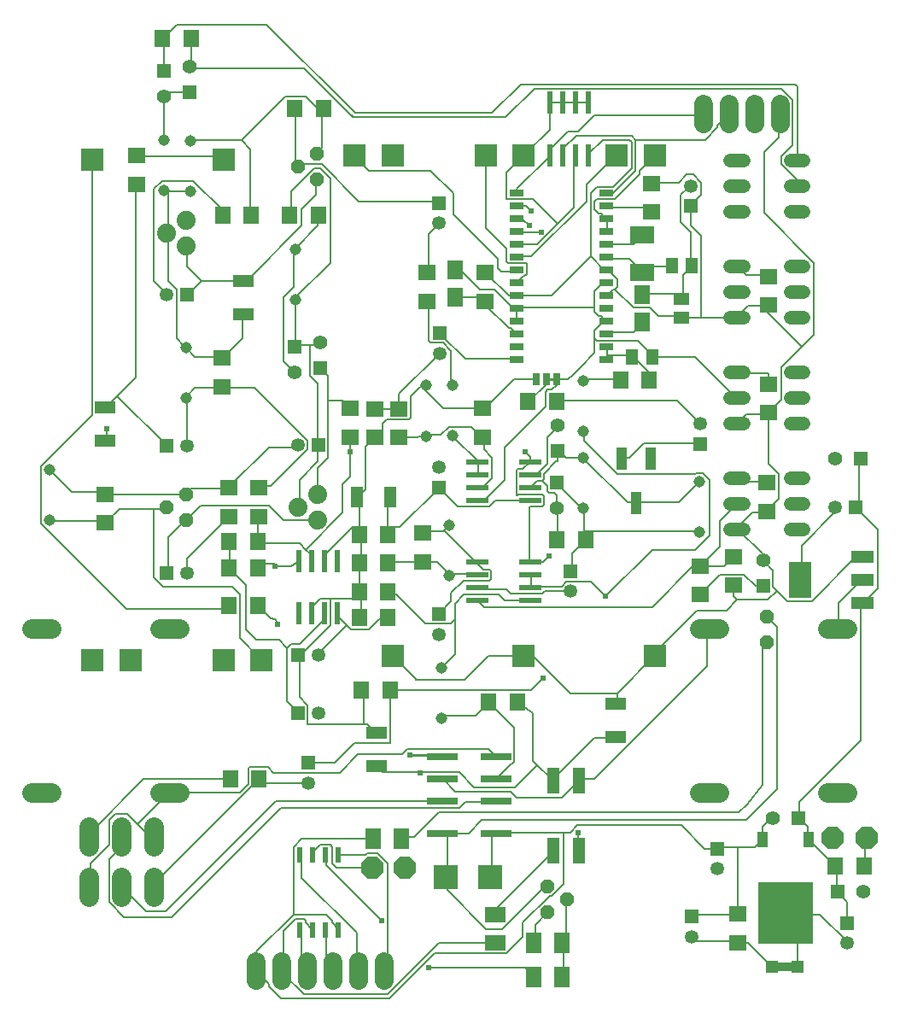
<source format=gbr>
G04 EAGLE Gerber X2 export*
%TF.Part,Single*%
%TF.FileFunction,Copper,L1,Top,Mixed*%
%TF.FilePolarity,Positive*%
%TF.GenerationSoftware,Autodesk,EAGLE,9.2.0*%
%TF.CreationDate,2018-10-30T13:39:26Z*%
G75*
%MOMM*%
%FSLAX34Y34*%
%LPD*%
%INTop Copper*%
%IPPOS*%
%AMOC8*
5,1,8,0,0,1.08239X$1,22.5*%
G01*
%ADD10C,1.143000*%
%ADD11R,1.350000X1.350000*%
%ADD12C,1.350000*%
%ADD13R,1.500000X1.300000*%
%ADD14R,1.300000X1.500000*%
%ADD15R,1.500000X1.950000*%
%ADD16R,1.300000X1.600000*%
%ADD17C,1.408000*%
%ADD18R,1.408000X1.408000*%
%ADD19R,0.600000X2.200000*%
%ADD20R,2.235200X1.219200*%
%ADD21R,2.200000X3.600000*%
%ADD22R,2.250000X2.250000*%
%ADD23R,2.400000X1.700000*%
%ADD24C,1.879600*%
%ADD25P,1.429621X8X112.500000*%
%ADD26R,1.600000X1.803000*%
%ADD27R,1.803000X1.600000*%
%ADD28C,1.320800*%
%ADD29R,1.422400X0.711200*%
%ADD30R,1.066800X2.184400*%
%ADD31R,0.533400X1.549400*%
%ADD32R,1.000000X1.600000*%
%ADD33R,5.400000X6.200000*%
%ADD34R,1.800000X1.600000*%
%ADD35R,1.600000X2.000000*%
%ADD36R,3.100000X0.800000*%
%ADD37R,1.270000X2.540000*%
%ADD38R,2.000000X1.600000*%
%ADD39P,2.336880X8X22.500000*%
%ADD40C,1.950000*%
%ADD41C,1.879600*%
%ADD42R,2.209800X0.609600*%
%ADD43R,2.400000X2.400000*%
%ADD44R,1.270000X1.270000*%
%ADD45C,0.812800*%
%ADD46P,1.429621X8X292.500000*%
%ADD47C,0.254000*%
%ADD48R,0.635000X1.270000*%
%ADD49R,1.600000X1.800000*%
%ADD50R,2.032000X1.270000*%
%ADD51R,1.270000X2.032000*%
%ADD52C,0.203200*%
%ADD53C,0.604800*%


D10*
X427300Y291875D03*
X427300Y341875D03*
D11*
X837850Y501050D03*
D12*
X817850Y501050D03*
D13*
X665400Y689000D03*
X665400Y708000D03*
D14*
X656200Y741084D03*
X675200Y741084D03*
D10*
X173700Y659750D03*
X173700Y609750D03*
X152200Y815100D03*
X152200Y865100D03*
D11*
X154850Y562250D03*
D12*
X174850Y562250D03*
D11*
X154804Y436179D03*
D12*
X174804Y436179D03*
D11*
X674200Y799900D03*
D12*
X674200Y819900D03*
D11*
X425050Y521000D03*
D12*
X425050Y541000D03*
D11*
X304950Y562850D03*
D12*
X284950Y562850D03*
D11*
X175000Y712400D03*
D12*
X155000Y712400D03*
D10*
X567600Y626600D03*
X567600Y576600D03*
X282100Y707350D03*
X282100Y757350D03*
D15*
X626083Y684750D03*
X626083Y712250D03*
D10*
X438300Y572450D03*
X438300Y622450D03*
D11*
X424850Y802850D03*
D12*
X424850Y782850D03*
D15*
X441180Y709400D03*
X441180Y736900D03*
D16*
X636083Y650600D03*
X616083Y650600D03*
D10*
X178300Y864600D03*
X178300Y814600D03*
D17*
X845300Y119850D03*
D18*
X819900Y119850D03*
D17*
X746300Y448500D03*
D18*
X746300Y423100D03*
D19*
X572850Y902300D03*
X560150Y902300D03*
X547450Y902300D03*
X534750Y902300D03*
X534750Y850300D03*
X547450Y850300D03*
X560150Y850300D03*
X572850Y850300D03*
D20*
X844688Y406336D03*
X844688Y429450D03*
X844688Y452564D03*
D21*
X782710Y429450D03*
D22*
X508750Y850000D03*
X471250Y850000D03*
X508750Y354000D03*
X378750Y850000D03*
X341250Y850000D03*
X378750Y354000D03*
X638750Y850000D03*
X601250Y850000D03*
X638750Y354000D03*
D23*
X626083Y771500D03*
X626083Y734500D03*
D24*
X174100Y760650D03*
X155050Y773350D03*
X174100Y786050D03*
D25*
X304050Y852000D03*
X285000Y839300D03*
X304050Y826600D03*
X174100Y514150D03*
X155050Y501450D03*
X174100Y488750D03*
D24*
X304100Y488300D03*
X285050Y501000D03*
X304100Y513700D03*
D26*
X604930Y627400D03*
X633370Y627400D03*
D27*
X412900Y705446D03*
X412900Y733886D03*
X635551Y822220D03*
X635551Y793780D03*
X209950Y649220D03*
X209950Y620780D03*
D26*
X310320Y896400D03*
X281880Y896400D03*
X178870Y966050D03*
X150430Y966050D03*
D27*
X125200Y821680D03*
X125200Y850120D03*
D26*
X210380Y790550D03*
X238820Y790550D03*
D27*
X245900Y520721D03*
X245900Y492281D03*
X216300Y492281D03*
X216300Y520721D03*
X751304Y594942D03*
X751304Y623382D03*
X94050Y514320D03*
X94050Y485880D03*
D26*
X276680Y790550D03*
X305120Y790550D03*
D27*
X337000Y599220D03*
X337000Y570780D03*
X749793Y496945D03*
X749793Y525385D03*
X751304Y701611D03*
X751304Y730051D03*
D26*
X474145Y307800D03*
X502585Y307800D03*
X374220Y417850D03*
X345780Y417850D03*
D27*
X470550Y705446D03*
X470550Y733886D03*
X385000Y598886D03*
X385000Y570446D03*
D28*
X773396Y635400D02*
X786604Y635400D01*
X786604Y610000D02*
X773396Y610000D01*
X773396Y584600D02*
X786604Y584600D01*
X726604Y584600D02*
X713396Y584600D01*
X713396Y610000D02*
X726604Y610000D01*
X726604Y635400D02*
X713396Y635400D01*
X773396Y530400D02*
X786604Y530400D01*
X786604Y505000D02*
X773396Y505000D01*
X773396Y479600D02*
X786604Y479600D01*
X726604Y479600D02*
X713396Y479600D01*
X713396Y505000D02*
X726604Y505000D01*
X726604Y530400D02*
X713396Y530400D01*
X773396Y740400D02*
X786604Y740400D01*
X786604Y715000D02*
X773396Y715000D01*
X773396Y689600D02*
X786604Y689600D01*
X726604Y689600D02*
X713396Y689600D01*
X713396Y715000D02*
X726604Y715000D01*
X726604Y740400D02*
X713396Y740400D01*
D29*
X590550Y711200D03*
X590550Y698500D03*
X590550Y736600D03*
X501650Y711200D03*
X590550Y685800D03*
X590550Y723900D03*
X590550Y774700D03*
X501650Y762000D03*
X501650Y698500D03*
X590550Y647700D03*
X501650Y647700D03*
X590550Y673100D03*
X501650Y749300D03*
X501650Y736600D03*
X501650Y723900D03*
X501650Y685800D03*
X501650Y673100D03*
X590550Y660400D03*
X501650Y660400D03*
X501650Y800100D03*
X501650Y787400D03*
X501650Y774700D03*
X590550Y812800D03*
X501650Y812800D03*
X590550Y800100D03*
X590550Y787400D03*
X590550Y762000D03*
X590550Y749300D03*
D17*
X177800Y938000D03*
D18*
X177800Y912600D03*
D17*
X152400Y908600D03*
D18*
X152400Y934000D03*
D17*
X281450Y635350D03*
D18*
X281450Y660750D03*
D17*
X307400Y664750D03*
D18*
X307400Y639350D03*
D30*
X634300Y549900D03*
X620300Y505900D03*
X606300Y549900D03*
D27*
X361000Y570446D03*
X361000Y598886D03*
D10*
X412000Y571950D03*
X412000Y621950D03*
D26*
X345780Y474161D03*
X374220Y474161D03*
D10*
X682900Y476600D03*
X682900Y526600D03*
D17*
X542600Y582650D03*
D18*
X542600Y557250D03*
D17*
X541800Y500100D03*
D18*
X541800Y525500D03*
D28*
X713396Y794600D02*
X726604Y794600D01*
X726604Y820000D02*
X713396Y820000D01*
X713396Y845400D02*
X726604Y845400D01*
X773396Y845400D02*
X786604Y845400D01*
X786604Y820000D02*
X773396Y820000D01*
X773396Y794600D02*
X786604Y794600D01*
D22*
X211250Y350000D03*
X248750Y350000D03*
X211250Y846000D03*
D11*
X555100Y438150D03*
D12*
X555100Y418150D03*
D11*
X424675Y395500D03*
D12*
X424675Y375500D03*
D31*
X325200Y156334D03*
X312500Y156334D03*
X299800Y156334D03*
X287100Y156334D03*
X287100Y82166D03*
X299800Y82166D03*
X312500Y82166D03*
X325200Y82166D03*
D25*
X750000Y367300D03*
X750000Y392700D03*
D32*
X791100Y171700D03*
X745500Y171700D03*
D33*
X768300Y98700D03*
D34*
X720800Y97850D03*
X720800Y69850D03*
D35*
X387200Y173150D03*
X359200Y173150D03*
D36*
X481200Y177900D03*
X481200Y209900D03*
X481200Y231900D03*
X481200Y253900D03*
X428200Y177900D03*
X428200Y209900D03*
X428200Y231900D03*
X428200Y253900D03*
D37*
X538100Y160500D03*
X563500Y160500D03*
X563500Y230500D03*
X538100Y230500D03*
D35*
X518850Y69650D03*
X546850Y69650D03*
X546950Y36000D03*
X518950Y36000D03*
D38*
X480200Y97750D03*
X480200Y69750D03*
D39*
X358850Y144200D03*
X391200Y144200D03*
D40*
X40050Y218850D02*
X20550Y218850D01*
X20550Y381150D02*
X40050Y381150D01*
X147550Y218850D02*
X167050Y218850D01*
X167050Y381150D02*
X147550Y381150D01*
X809750Y381150D02*
X829250Y381150D01*
X829250Y218850D02*
X809750Y218850D01*
X702250Y381150D02*
X682750Y381150D01*
X682750Y218850D02*
X702250Y218850D01*
D41*
X687100Y881702D02*
X687100Y900498D01*
X712500Y900498D02*
X712500Y881702D01*
X737900Y881702D02*
X737900Y900498D01*
X763300Y900498D02*
X763300Y881702D01*
X243250Y50848D02*
X243250Y32052D01*
X268650Y32052D02*
X268650Y50848D01*
X294050Y50848D02*
X294050Y32052D01*
X319450Y32052D02*
X319450Y50848D01*
X344850Y50848D02*
X344850Y32052D01*
X370250Y32052D02*
X370250Y50848D01*
D11*
X675750Y95800D03*
D12*
X675750Y75800D03*
D11*
X829450Y89350D03*
D12*
X829450Y69350D03*
D34*
X683400Y414550D03*
X683400Y442550D03*
D17*
X755800Y193200D03*
D18*
X781200Y193200D03*
D17*
X817200Y549400D03*
D18*
X842600Y549400D03*
D22*
X81250Y350000D03*
X118750Y350000D03*
X81250Y846000D03*
D42*
X462788Y446950D03*
X462788Y434250D03*
X462788Y421550D03*
X462788Y408850D03*
X515112Y408850D03*
X515112Y421550D03*
X515112Y434250D03*
X515112Y446950D03*
X462788Y546100D03*
X462788Y533400D03*
X462788Y520700D03*
X462788Y508000D03*
X515112Y508000D03*
X515112Y520700D03*
X515112Y533400D03*
X515112Y546100D03*
D39*
X815150Y174000D03*
X848900Y174000D03*
D43*
X475650Y135000D03*
X431650Y135000D03*
D44*
X780700Y45500D03*
X755300Y45500D03*
D45*
X780700Y45500D01*
D10*
X38650Y538250D03*
X38650Y488250D03*
D46*
X532550Y99900D03*
X551600Y112600D03*
X532550Y125300D03*
D11*
X683550Y564050D03*
D12*
X683550Y584050D03*
D26*
X541170Y605850D03*
X512730Y605850D03*
D27*
X409000Y475585D03*
X409000Y447145D03*
D26*
X374220Y446000D03*
X345780Y446000D03*
D11*
X425350Y673950D03*
D12*
X425350Y653950D03*
D10*
X435100Y483875D03*
X435100Y433875D03*
D26*
X570000Y469000D03*
X541560Y469000D03*
D10*
X567900Y500650D03*
X567900Y550650D03*
D34*
X717000Y424000D03*
X717000Y452000D03*
D11*
X700550Y162750D03*
D12*
X700550Y142750D03*
D26*
X245000Y404000D03*
X216560Y404000D03*
D27*
X468000Y599220D03*
X468000Y570780D03*
D47*
X531000Y628000D02*
X541160Y628000D01*
D48*
X520840Y628000D03*
X531000Y628000D03*
X541160Y628000D03*
D49*
X818000Y146000D03*
X846000Y146000D03*
D40*
X78000Y135000D02*
X78000Y115500D01*
X110000Y115500D02*
X110000Y135000D01*
X142000Y135000D02*
X142000Y115500D01*
X142000Y165000D02*
X142000Y184500D01*
X110000Y184500D02*
X110000Y165000D01*
X78000Y165000D02*
X78000Y184500D01*
D11*
X295000Y248000D03*
D12*
X295000Y228000D03*
D26*
X347780Y320000D03*
X376220Y320000D03*
X217780Y232000D03*
X246220Y232000D03*
X245220Y467000D03*
X216780Y467000D03*
X245220Y441000D03*
X216780Y441000D03*
D11*
X285000Y297000D03*
D12*
X305000Y297000D03*
D11*
X285000Y355000D03*
D12*
X305000Y355000D03*
D49*
X346000Y392000D03*
X374000Y392000D03*
D19*
X298650Y396000D03*
X298650Y448000D03*
X285950Y396000D03*
X311350Y396000D03*
X324050Y396000D03*
X285950Y448000D03*
X311350Y448000D03*
X324050Y448000D03*
D50*
X231000Y692490D03*
X231000Y725510D03*
X94000Y600510D03*
X94000Y567490D03*
D51*
X376510Y511000D03*
X343490Y511000D03*
D50*
X363000Y277510D03*
X363000Y244490D03*
X600000Y306510D03*
X600000Y273490D03*
D52*
X597408Y812800D02*
X591312Y812800D01*
X597408Y812800D02*
X619760Y835152D01*
X619760Y865632D01*
X615696Y869696D01*
X560832Y869696D01*
X548640Y857504D01*
X548640Y851408D01*
X590550Y812800D02*
X591312Y812800D01*
X548640Y851408D02*
X547450Y850300D01*
X701040Y879856D02*
X711200Y890016D01*
X701040Y879856D02*
X701040Y877824D01*
X688848Y865632D01*
X619760Y865632D01*
X711200Y890016D02*
X712500Y891100D01*
X501904Y816864D02*
X501904Y812800D01*
X501904Y816864D02*
X534416Y849376D01*
X501904Y812800D02*
X501650Y812800D01*
X534416Y849376D02*
X534750Y850300D01*
X579120Y890016D02*
X686816Y890016D01*
X579120Y890016D02*
X562864Y873760D01*
X552704Y873760D01*
X536448Y857504D01*
X536448Y851408D01*
X686816Y890016D02*
X687100Y891100D01*
X536448Y851408D02*
X534750Y850300D01*
X591312Y660400D02*
X591312Y652272D01*
X591312Y648208D01*
X590550Y647700D01*
X590550Y660400D02*
X591312Y660400D01*
X591312Y652272D02*
X615696Y652272D01*
X616083Y650600D01*
X631952Y636016D02*
X631952Y627888D01*
X631952Y636016D02*
X617728Y650240D01*
X631952Y627888D02*
X633370Y627400D01*
X617728Y650240D02*
X616083Y650600D01*
X617728Y674624D02*
X591312Y674624D01*
X617728Y674624D02*
X625856Y682752D01*
X591312Y674624D02*
X590550Y673100D01*
X625856Y682752D02*
X626083Y684750D01*
X499872Y674624D02*
X495808Y678688D01*
X493776Y678688D01*
X471424Y701040D01*
X471424Y705104D01*
X499872Y674624D02*
X501650Y673100D01*
X471424Y705104D02*
X470550Y705446D01*
X467360Y709168D02*
X442976Y709168D01*
X467360Y709168D02*
X469392Y707136D01*
X442976Y709168D02*
X441180Y709400D01*
X469392Y707136D02*
X470550Y705446D01*
X636016Y822960D02*
X662432Y822960D01*
X670560Y831088D01*
X676656Y831088D01*
X684784Y822960D01*
X684784Y810768D01*
X674624Y800608D01*
X636016Y822960D02*
X635551Y822220D01*
X674200Y799900D02*
X674624Y800608D01*
X703072Y688848D02*
X719328Y688848D01*
X703072Y688848D02*
X684784Y688848D01*
X666496Y688848D01*
X665400Y689000D01*
X719328Y688848D02*
X720000Y689600D01*
X731520Y701040D02*
X748000Y701040D01*
X749808Y701040D01*
X731520Y701040D02*
X721360Y690880D01*
X749808Y701040D02*
X751304Y701611D01*
X721360Y690880D02*
X720000Y689600D01*
X674624Y780288D02*
X674624Y798576D01*
X674624Y780288D02*
X684784Y770128D01*
X684784Y688848D01*
X674624Y798576D02*
X674200Y799900D01*
X499872Y711200D02*
X493776Y711200D01*
X471424Y733552D01*
X499872Y711200D02*
X501650Y711200D01*
X471424Y733552D02*
X470550Y733886D01*
X591312Y711200D02*
X597408Y717296D01*
X599440Y717296D01*
X601472Y719328D01*
X601472Y727456D01*
X591312Y737616D01*
X591312Y711200D02*
X590550Y711200D01*
X590550Y736600D02*
X591312Y737616D01*
X573024Y851408D02*
X587248Y865632D01*
X613664Y865632D01*
X615696Y863600D01*
X615696Y837184D01*
X597408Y818896D01*
X581152Y818896D01*
X575056Y812800D01*
X575056Y749808D01*
X589280Y735584D01*
X572850Y850300D02*
X573024Y851408D01*
X590550Y736600D02*
X589280Y735584D01*
X536448Y711200D02*
X501904Y711200D01*
X536448Y711200D02*
X575056Y749808D01*
X501904Y711200D02*
X501650Y711200D01*
X642112Y690880D02*
X664464Y690880D01*
X642112Y690880D02*
X633984Y699008D01*
X617728Y699008D01*
X599440Y717296D01*
X664464Y690880D02*
X665400Y689000D01*
X601472Y316992D02*
X601472Y306832D01*
X601472Y316992D02*
X638048Y353568D01*
X601472Y306832D02*
X600000Y306510D01*
X638048Y353568D02*
X638750Y354000D01*
X518160Y353568D02*
X510032Y353568D01*
X518160Y353568D02*
X554736Y316992D01*
X601472Y316992D01*
X510032Y353568D02*
X508750Y354000D01*
X837184Y451104D02*
X843280Y451104D01*
X837184Y451104D02*
X794512Y408432D01*
X770128Y408432D01*
X759968Y418592D02*
X755904Y422656D01*
X759968Y418592D02*
X770128Y408432D01*
X755904Y422656D02*
X755904Y438912D01*
X747776Y447040D01*
X843280Y451104D02*
X844688Y452564D01*
X747776Y447040D02*
X746300Y448500D01*
X737616Y593344D02*
X729488Y593344D01*
X737616Y593344D02*
X749808Y593344D01*
X729488Y593344D02*
X721360Y585216D01*
X749808Y593344D02*
X751304Y594942D01*
X721360Y585216D02*
X720000Y584600D01*
X735584Y495808D02*
X747776Y495808D01*
X735584Y495808D02*
X721360Y481584D01*
X747776Y495808D02*
X749793Y496945D01*
X721360Y481584D02*
X720000Y479600D01*
X751840Y544576D02*
X751840Y593344D01*
X751840Y544576D02*
X762000Y534416D01*
X762000Y510032D01*
X749808Y497840D01*
X751840Y593344D02*
X751304Y594942D01*
X749808Y497840D02*
X749793Y496945D01*
X762000Y868152D02*
X762000Y890016D01*
X762000Y868152D02*
X746968Y853120D01*
X746968Y793288D01*
X796544Y743712D01*
X796544Y672592D01*
X784476Y660524D02*
X764032Y640080D01*
X784476Y660524D02*
X796544Y672592D01*
X764032Y640080D02*
X764032Y607568D01*
X751840Y595376D01*
X762000Y890016D02*
X763300Y891100D01*
X751840Y595376D02*
X751304Y594942D01*
X745744Y455168D02*
X745744Y449072D01*
X745744Y455168D02*
X721360Y479552D01*
X745744Y449072D02*
X746300Y448500D01*
X721360Y479552D02*
X720000Y479600D01*
X720549Y409549D02*
X750925Y409549D01*
X759968Y418592D01*
X402000Y330750D02*
X378750Y354000D01*
X402000Y330750D02*
X402000Y330000D01*
X450000Y330000D01*
X474000Y354000D01*
X508750Y354000D01*
X717000Y413099D02*
X717000Y424000D01*
X717000Y413099D02*
X720549Y409549D01*
X710074Y399074D01*
X680522Y399074D01*
X638750Y357302D01*
X638750Y354000D01*
X784476Y660524D02*
X748000Y697000D01*
X748000Y701040D01*
X629920Y798576D02*
X591312Y798576D01*
X629920Y798576D02*
X633984Y794512D01*
X591312Y798576D02*
X590550Y800100D01*
X633984Y794512D02*
X635551Y793780D01*
X613664Y747776D02*
X591312Y747776D01*
X613664Y747776D02*
X625856Y735584D01*
X591312Y747776D02*
X590550Y749300D01*
X625856Y735584D02*
X626083Y734500D01*
X631952Y739648D02*
X654304Y739648D01*
X631952Y739648D02*
X627888Y735584D01*
X654304Y739648D02*
X656200Y741084D01*
X627888Y735584D02*
X626083Y734500D01*
X617728Y762000D02*
X591312Y762000D01*
X617728Y762000D02*
X625856Y770128D01*
X591312Y762000D02*
X590550Y762000D01*
X625856Y770128D02*
X626083Y771500D01*
X526288Y774192D02*
X501904Y774192D01*
X501650Y774700D01*
X729488Y731520D02*
X749808Y731520D01*
X729488Y731520D02*
X721360Y739648D01*
X749808Y731520D02*
X751304Y730051D01*
X721360Y739648D02*
X720000Y740400D01*
D53*
X526288Y774192D03*
D52*
X508000Y786384D02*
X501904Y786384D01*
X508000Y786384D02*
X514096Y780288D01*
X501904Y786384D02*
X501650Y787400D01*
X725424Y526288D02*
X747776Y526288D01*
X725424Y526288D02*
X721360Y530352D01*
X747776Y526288D02*
X749793Y525385D01*
X721360Y530352D02*
X720000Y530400D01*
D53*
X514096Y780288D03*
D52*
X751840Y633984D02*
X751840Y623824D01*
X501650Y800100D02*
X499872Y800608D01*
X751304Y623382D02*
X751840Y623824D01*
X751840Y633984D02*
X721360Y633984D01*
X720000Y635400D01*
X510900Y800100D02*
X501650Y800100D01*
X510900Y800100D02*
X516000Y795000D01*
D53*
X516000Y795000D03*
D52*
X516128Y749808D02*
X501904Y749808D01*
X516128Y749808D02*
X570992Y804672D01*
X570992Y820928D01*
X599440Y849376D01*
X501904Y749808D02*
X501650Y749300D01*
X599440Y849376D02*
X601250Y850000D01*
X501650Y736600D02*
X499730Y734680D01*
X495776Y734680D01*
X486320Y734680D01*
X483000Y738000D01*
X483000Y748013D01*
X438912Y791544D01*
X438912Y812800D01*
X416560Y835152D01*
X355600Y835152D01*
X341376Y849376D01*
X341250Y850000D01*
X499872Y725424D02*
X501650Y723900D01*
X508254Y730504D01*
X509814Y730504D01*
X493486Y743204D02*
X491998Y744692D01*
X493486Y743204D02*
X511796Y743204D01*
X491998Y757392D02*
X471250Y778140D01*
X491998Y757392D02*
X491998Y744692D01*
X471250Y778140D02*
X471250Y850000D01*
X511796Y732486D02*
X509814Y730504D01*
X511796Y732486D02*
X511796Y743204D01*
X499872Y648208D02*
X451104Y648208D01*
X426720Y672592D01*
X499872Y648208D02*
X501650Y647700D01*
X426720Y672592D02*
X425350Y673950D01*
X568960Y627888D02*
X603504Y627888D01*
X604930Y627400D01*
X568960Y627888D02*
X567600Y626600D01*
X375920Y414528D02*
X375920Y412496D01*
X375920Y414528D02*
X375920Y416560D01*
X374220Y417850D01*
X441000Y406000D02*
X441000Y391000D01*
X441000Y406000D02*
X449528Y414528D01*
X484032Y414528D01*
X489710Y408850D02*
X515112Y408850D01*
X489710Y408850D02*
X484032Y414528D01*
X375920Y414528D02*
X374220Y417850D01*
X411000Y386000D02*
X437000Y386000D01*
X441000Y390000D02*
X441000Y391000D01*
X441000Y390000D02*
X437000Y386000D01*
X382472Y414528D02*
X375920Y414528D01*
X382472Y414528D02*
X411000Y386000D01*
X441000Y355575D02*
X427300Y341875D01*
X441000Y355575D02*
X441000Y391000D01*
X473456Y308864D02*
X474145Y307800D01*
X479552Y233680D02*
X481200Y231900D01*
X497752Y247360D02*
X499240Y248848D01*
X497752Y247360D02*
X496660Y247360D01*
X481200Y231900D01*
X499240Y248848D02*
X499240Y282705D01*
X474145Y307800D01*
X461264Y294640D02*
X430000Y294640D01*
X426720Y294640D01*
X461264Y294640D02*
X473456Y306832D01*
X474145Y307800D01*
X430000Y294575D02*
X427300Y291875D01*
X430000Y294575D02*
X430000Y294640D01*
X469392Y558800D02*
X469392Y568960D01*
X469392Y558800D02*
X477520Y550672D01*
X477520Y530352D01*
X469392Y522224D01*
X463296Y522224D01*
X469392Y568960D02*
X468000Y570780D01*
X463296Y522224D02*
X462788Y520700D01*
X426720Y573024D02*
X412496Y573024D01*
X426720Y573024D02*
X434848Y581152D01*
X457200Y581152D01*
X467360Y570992D01*
X468000Y570780D01*
X403822Y570446D02*
X385000Y570446D01*
X405326Y571950D02*
X412000Y571950D01*
X405326Y571950D02*
X403822Y570446D01*
X412000Y571950D02*
X412000Y572528D01*
X412496Y573024D01*
X463296Y544576D02*
X463296Y534416D01*
X462788Y533400D01*
X463296Y544576D02*
X462788Y546100D01*
X463296Y546608D02*
X438912Y570992D01*
X438300Y572450D01*
X463296Y546608D02*
X462788Y546100D01*
X414528Y666496D02*
X414528Y705104D01*
X414528Y666496D02*
X416560Y664464D01*
X428752Y664464D01*
X436880Y656336D01*
X436880Y623824D01*
X414528Y705104D02*
X412900Y705446D01*
X436880Y623824D02*
X438300Y622450D01*
X282448Y843280D02*
X282448Y896112D01*
X282448Y843280D02*
X284480Y841248D01*
X282448Y896112D02*
X281880Y896400D01*
X284480Y841248D02*
X285000Y839300D01*
X345440Y804672D02*
X424688Y804672D01*
X345440Y804672D02*
X308864Y841248D01*
X286512Y841248D01*
X424688Y804672D02*
X424850Y802850D01*
X286512Y841248D02*
X285000Y839300D01*
X229616Y725424D02*
X188976Y725424D01*
X176784Y713232D01*
X229616Y725424D02*
X231000Y725510D01*
X176784Y713232D02*
X175000Y712400D01*
X302768Y810768D02*
X302768Y824992D01*
X302768Y810768D02*
X288544Y796544D01*
X288544Y780288D01*
X235712Y727456D01*
X231648Y727456D01*
X302768Y824992D02*
X304050Y826600D01*
X231648Y727456D02*
X231000Y725510D01*
X174752Y739648D02*
X174752Y759968D01*
X174752Y739648D02*
X188976Y725424D01*
X174752Y759968D02*
X174100Y760650D01*
X308864Y857504D02*
X308864Y896112D01*
X308864Y857504D02*
X304800Y853440D01*
X308864Y896112D02*
X310320Y896400D01*
X304800Y853440D02*
X304050Y852000D01*
X237744Y851000D02*
X237744Y853440D01*
X237744Y851000D02*
X237744Y792480D01*
X238820Y790550D01*
X302768Y898144D02*
X308864Y898144D01*
X302768Y898144D02*
X292608Y908304D01*
X272288Y908304D01*
X228992Y865008D01*
X308864Y898144D02*
X310320Y896400D01*
X237744Y856256D02*
X228992Y865008D01*
X237744Y856256D02*
X237744Y851000D01*
X178708Y865008D02*
X178300Y864600D01*
X178708Y865008D02*
X228992Y865008D01*
X123952Y820928D02*
X123952Y629920D01*
X105664Y611632D02*
X95504Y601472D01*
X105664Y611632D02*
X123952Y629920D01*
X123952Y820928D02*
X125200Y821680D01*
X95504Y601472D02*
X94000Y600510D01*
X105664Y611632D02*
X154432Y562864D01*
X154850Y562250D01*
X172720Y487680D02*
X156464Y471424D01*
X156464Y436880D01*
X154804Y436179D01*
X270488Y488300D02*
X304100Y488300D01*
X270488Y488300D02*
X255967Y502821D01*
X188522Y502821D02*
X174233Y488532D01*
X188522Y502821D02*
X255967Y502821D01*
X174100Y488750D02*
X174100Y488665D01*
X174233Y488532D01*
X174100Y488750D02*
X172720Y487680D01*
X93472Y487680D02*
X40640Y487680D01*
X93472Y487680D02*
X94050Y485880D01*
X40640Y487680D02*
X38650Y488250D01*
X107696Y499872D02*
X140208Y499872D01*
X142000Y499872D01*
X154432Y499872D01*
X107696Y499872D02*
X95504Y487680D01*
X154432Y499872D02*
X155050Y501450D01*
X95504Y487680D02*
X94050Y485880D01*
X151431Y422460D02*
X219540Y422460D01*
X151431Y422460D02*
X142000Y431891D01*
X142000Y499872D01*
X227100Y371650D02*
X248750Y350000D01*
X227100Y371650D02*
X227100Y414900D01*
X219540Y422460D01*
X304800Y546608D02*
X304800Y560832D01*
X304800Y546608D02*
X286512Y528320D01*
X286512Y501904D01*
X304800Y560832D02*
X304950Y562850D01*
X286512Y501904D02*
X285050Y501000D01*
X296672Y662432D02*
X304800Y662432D01*
X296672Y662432D02*
X282448Y662432D01*
X304800Y662432D02*
X306832Y664464D01*
X282448Y662432D02*
X281450Y660750D01*
X306832Y664464D02*
X307400Y664750D01*
X278384Y792480D02*
X278384Y814832D01*
X300736Y837184D01*
X306832Y837184D01*
X316992Y827024D01*
X316992Y743712D01*
X282448Y709168D01*
X276680Y790550D02*
X278384Y792480D01*
X282448Y709168D02*
X282100Y707350D01*
X282448Y707136D02*
X282448Y662432D01*
X281450Y660750D01*
X282448Y707136D02*
X282100Y707350D01*
X304800Y623824D02*
X304800Y562864D01*
X304800Y623824D02*
X296672Y631952D01*
X296672Y662432D01*
X304800Y562864D02*
X304950Y562850D01*
X304800Y780288D02*
X304800Y790448D01*
X304800Y780288D02*
X282448Y757936D01*
X304800Y790448D02*
X305120Y790550D01*
X282448Y757936D02*
X282100Y757350D01*
X304800Y540512D02*
X304800Y514096D01*
X304800Y540512D02*
X314960Y550672D01*
X314960Y607000D02*
X314960Y631952D01*
X314960Y607000D02*
X314960Y550672D01*
X314960Y631952D02*
X308864Y638048D01*
X304800Y514096D02*
X304100Y513700D01*
X308864Y638048D02*
X307400Y639350D01*
X280416Y719328D02*
X280416Y755904D01*
X280416Y719328D02*
X270256Y709168D01*
X270256Y646176D01*
X280416Y636016D01*
X280416Y755904D02*
X282100Y757350D01*
X280416Y636016D02*
X281450Y635350D01*
X424688Y540512D02*
X425050Y541000D01*
X329220Y607000D02*
X314960Y607000D01*
X329220Y607000D02*
X337000Y599220D01*
X373888Y481584D02*
X373888Y475488D01*
X374220Y474161D01*
X514096Y508000D02*
X515112Y508000D01*
X373888Y481584D02*
X374220Y474161D01*
X514096Y508000D02*
X515112Y508000D01*
X426720Y520192D02*
X425050Y521000D01*
X386080Y481584D02*
X373888Y481584D01*
X386080Y481584D02*
X424688Y520192D01*
X373888Y481584D02*
X374220Y474161D01*
X424688Y520192D02*
X425050Y521000D01*
X480477Y508000D02*
X514096Y508000D01*
X480477Y508000D02*
X474889Y502412D01*
X443638Y502412D01*
X425050Y521000D01*
X374220Y508710D02*
X374220Y474161D01*
X374220Y508710D02*
X376510Y511000D01*
X152400Y865632D02*
X152400Y908304D01*
X152400Y865632D02*
X152200Y865100D01*
X152400Y908304D02*
X152400Y908600D01*
X154432Y912368D02*
X176784Y912368D01*
X154432Y912368D02*
X152400Y910336D01*
X176784Y912368D02*
X177800Y912600D01*
X152400Y910336D02*
X152400Y908600D01*
X361408Y599504D02*
X361000Y598886D01*
X384033Y603504D02*
X385000Y598886D01*
X361000Y598886D01*
X385000Y598886D02*
X385000Y613600D01*
X425350Y653950D01*
X414528Y735584D02*
X414528Y772160D01*
X424688Y782320D01*
X414528Y735584D02*
X412900Y733886D01*
X424688Y782320D02*
X424850Y782850D01*
X514096Y534416D02*
X515112Y533400D01*
X568960Y499872D02*
X568960Y477520D01*
X568960Y469392D01*
X570000Y469000D01*
X568960Y499872D02*
X567900Y500650D01*
X568960Y477520D02*
X682752Y477520D01*
X682900Y476600D01*
X570000Y469000D02*
X568960Y477520D01*
X556768Y455168D02*
X556768Y438912D01*
X556768Y455168D02*
X568960Y467360D01*
X556768Y438912D02*
X555100Y438150D01*
X568960Y467360D02*
X570000Y469000D01*
X566928Y499872D02*
X542544Y524256D01*
X541800Y525500D01*
X566928Y499872D02*
X567900Y500650D01*
X514096Y532384D02*
X508000Y532384D01*
X514096Y532384D02*
X515112Y533400D01*
X516128Y534416D02*
X522224Y534416D01*
X532384Y544576D01*
X532384Y570992D01*
X542544Y581152D01*
X516128Y534416D02*
X515112Y533400D01*
X542544Y581152D02*
X542600Y582650D01*
X463296Y422656D02*
X462788Y421550D01*
X464338Y420000D01*
X492000Y420000D01*
X529401Y418150D02*
X555100Y418150D01*
X529401Y418150D02*
X527213Y415962D01*
X496038Y415962D01*
X492000Y420000D01*
X428752Y477520D02*
X410464Y477520D01*
X428752Y477520D02*
X434848Y483616D01*
X410464Y477520D02*
X409000Y475585D01*
X434848Y483616D02*
X435100Y483875D01*
X430784Y477520D02*
X461264Y447040D01*
X430784Y477520D02*
X428752Y477520D01*
X461264Y447040D02*
X462788Y446950D01*
X436936Y416211D02*
X436936Y407761D01*
X474889Y428662D02*
X476377Y430150D01*
X476377Y438350D01*
X474889Y439838D01*
X468466Y439838D01*
X461264Y447040D01*
X449387Y428662D02*
X436936Y416211D01*
X449387Y428662D02*
X474889Y428662D01*
X436936Y407761D02*
X424675Y395500D01*
X426720Y254000D02*
X428200Y253900D01*
D53*
X396000Y256000D03*
D47*
X424720Y256000D01*
X426720Y254000D01*
D52*
X288544Y81992D02*
X287100Y82166D01*
X288544Y81280D02*
X288544Y46736D01*
X292608Y42672D01*
X288544Y81280D02*
X287100Y82166D01*
X292608Y42672D02*
X294050Y41450D01*
X299800Y82166D02*
X298704Y84024D01*
X479552Y71120D02*
X480200Y69750D01*
X298704Y83312D02*
X292608Y89408D01*
X292608Y91440D01*
X290576Y93472D01*
X282448Y93472D01*
X270256Y81280D01*
X270256Y42672D01*
X299800Y82166D02*
X298704Y83312D01*
X270256Y42672D02*
X268650Y41450D01*
X424688Y69088D02*
X479552Y69088D01*
X424688Y69088D02*
X373888Y18288D01*
X290576Y18288D01*
X268224Y40640D01*
X479552Y69088D02*
X480200Y69750D01*
X268650Y41450D02*
X268224Y40640D01*
X312500Y82166D02*
X312928Y81992D01*
X312928Y81280D02*
X312928Y48768D01*
X319024Y42672D01*
X312928Y81280D02*
X312500Y82166D01*
X319024Y42672D02*
X319450Y41450D01*
X325120Y155144D02*
X325200Y156334D01*
X327152Y156464D02*
X351536Y156464D01*
X353568Y158496D01*
X363728Y158496D01*
X373888Y148336D01*
X373888Y44704D01*
X371856Y42672D01*
X327152Y156464D02*
X325200Y156334D01*
X371856Y42672D02*
X370250Y41450D01*
X388112Y174752D02*
X400304Y174752D01*
X424688Y199136D01*
X722184Y199136D01*
X730010Y206962D01*
X388112Y174752D02*
X387200Y173150D01*
X730010Y206962D02*
X746000Y226000D01*
X746000Y363300D01*
X750000Y367300D01*
X432816Y136144D02*
X431650Y135000D01*
X432816Y121920D02*
X471424Y83312D01*
X432816Y121920D02*
X432816Y134112D01*
X431650Y135000D01*
X729248Y191008D02*
X759968Y221728D01*
X729248Y191008D02*
X467360Y191008D01*
X528320Y123952D02*
X532384Y123952D01*
X528320Y123952D02*
X487680Y83312D01*
X471424Y83312D01*
X532384Y123952D02*
X532550Y125300D01*
X454252Y177900D02*
X428200Y177900D01*
X454252Y177900D02*
X467360Y191008D01*
X759968Y221728D02*
X759968Y382732D01*
X750000Y392700D01*
X432816Y178816D02*
X432816Y136144D01*
X431650Y135000D01*
X428200Y177900D02*
X432816Y178816D01*
X546608Y213360D02*
X562864Y229616D01*
X546608Y213360D02*
X501904Y213360D01*
X495808Y219456D01*
X440944Y219456D01*
X428752Y231648D01*
X562864Y229616D02*
X563500Y230500D01*
X428752Y231648D02*
X428200Y231900D01*
X690880Y343408D02*
X690880Y379984D01*
X690880Y343408D02*
X579120Y231648D01*
X564896Y231648D01*
X690880Y379984D02*
X692500Y381150D01*
X564896Y231648D02*
X563500Y230500D01*
X546850Y69650D02*
X548640Y69088D01*
X550672Y73152D02*
X550672Y111760D01*
X550672Y73152D02*
X548640Y71120D01*
X550672Y111760D02*
X551600Y112600D01*
X548640Y71120D02*
X546850Y69650D01*
X548640Y37690D02*
X546950Y36000D01*
X548640Y37690D02*
X548640Y69088D01*
X312928Y155144D02*
X312500Y156334D01*
X518160Y36576D02*
X518950Y36000D01*
X312928Y146304D02*
X312928Y154432D01*
X312928Y146304D02*
X367792Y91440D01*
X414528Y44704D02*
X510032Y44704D01*
X518160Y36576D01*
X312928Y154432D02*
X312500Y156334D01*
X518160Y36576D02*
X518950Y36000D01*
D53*
X367792Y91440D03*
X414528Y44704D03*
D52*
X325200Y82166D02*
X325120Y84024D01*
X321056Y172720D02*
X357632Y172720D01*
X359200Y173150D01*
X477520Y174752D02*
X477520Y160528D01*
X477520Y136144D01*
X477520Y174752D02*
X479552Y176784D01*
X477520Y136144D02*
X475650Y135000D01*
X479552Y176784D02*
X481200Y177900D01*
X676656Y97536D02*
X719328Y97536D01*
X720800Y97850D01*
X676656Y97536D02*
X675750Y95800D01*
X745744Y172720D02*
X745744Y184912D01*
X753872Y193040D01*
X745744Y172720D02*
X745500Y171700D01*
X753872Y193040D02*
X755800Y193200D01*
X737616Y164592D02*
X721360Y164592D01*
X701040Y164592D01*
X737616Y164592D02*
X743712Y170688D01*
X701040Y164592D02*
X700550Y162750D01*
X743712Y170688D02*
X745500Y171700D01*
X721360Y164592D02*
X721360Y99568D01*
X720800Y97850D01*
X554736Y178816D02*
X548640Y178816D01*
X481584Y178816D01*
X554736Y178816D02*
X561864Y185944D01*
X665075Y185944D01*
X688269Y162750D02*
X700550Y162750D01*
X688269Y162750D02*
X665075Y185944D01*
X481584Y178816D02*
X481200Y177900D01*
X365760Y172720D02*
X359664Y172720D01*
X359200Y173150D01*
X319024Y89408D02*
X325120Y83312D01*
X319024Y89408D02*
X319024Y91440D01*
X312928Y97536D01*
X280416Y97536D01*
X243840Y60960D01*
X243840Y42672D01*
X325200Y82166D02*
X325120Y83312D01*
X243840Y42672D02*
X243250Y41450D01*
X288544Y172720D02*
X321056Y172720D01*
X288544Y172720D02*
X280416Y164592D01*
X280416Y97536D01*
X243840Y40640D02*
X256032Y28448D01*
X256032Y26416D01*
X268224Y14224D01*
X375920Y14224D01*
X420624Y58928D01*
X491744Y58928D01*
X508000Y75184D01*
X508000Y89408D01*
X534416Y115824D01*
X536448Y115824D01*
X548640Y128016D01*
X548640Y178816D01*
X243840Y40640D02*
X243250Y41450D01*
X299800Y156334D02*
X300736Y157176D01*
X300736Y156464D02*
X300736Y160528D01*
X306832Y166624D01*
X316992Y166624D01*
X319024Y164592D01*
X319024Y148336D01*
X323088Y144272D01*
X357632Y144272D01*
X300736Y156464D02*
X299800Y156334D01*
X357632Y144272D02*
X358850Y144200D01*
X481584Y103632D02*
X481584Y99568D01*
X481584Y103632D02*
X536448Y158496D01*
X481584Y99568D02*
X480200Y97750D01*
X536448Y158496D02*
X538100Y160500D01*
X79248Y148336D02*
X79248Y136144D01*
X79248Y148336D02*
X97536Y166624D01*
X97536Y191008D01*
X103632Y197104D01*
X115824Y197104D01*
X125984Y186944D02*
X140208Y172720D01*
X125984Y186944D02*
X115824Y197104D01*
X140208Y172720D02*
X140208Y166624D01*
X79248Y136144D02*
X78000Y135000D01*
X140208Y166624D02*
X142000Y165000D01*
X125984Y186944D02*
X156464Y217424D01*
X157300Y218850D01*
X227327Y218850D01*
X235680Y227203D01*
X235680Y242067D01*
X237168Y243555D01*
X255272Y243555D01*
X260827Y238000D01*
X326155Y238000D02*
X344471Y256316D01*
X326155Y238000D02*
X260827Y238000D01*
X388447Y256316D02*
X393695Y261564D01*
X473536Y261564D01*
X481200Y253900D01*
X388447Y256316D02*
X344471Y256316D01*
X845312Y406400D02*
X859536Y420624D01*
X859536Y479552D01*
X839216Y499872D01*
X845312Y406400D02*
X844688Y406336D01*
X839216Y499872D02*
X837850Y501050D01*
X841248Y503936D02*
X841248Y548640D01*
X841248Y503936D02*
X839216Y501904D01*
X841248Y548640D02*
X842600Y549400D01*
X839216Y501904D02*
X837850Y501050D01*
X790448Y184912D02*
X790448Y172720D01*
X790448Y184912D02*
X782320Y193040D01*
X790448Y172720D02*
X791100Y171700D01*
X782320Y193040D02*
X781200Y193200D01*
X818896Y144272D02*
X818896Y119888D01*
X818896Y144272D02*
X818000Y146000D01*
X818896Y119888D02*
X819900Y119850D01*
X829056Y109728D02*
X829056Y89408D01*
X829056Y109728D02*
X820928Y117856D01*
X829056Y89408D02*
X829450Y89350D01*
X820928Y117856D02*
X819900Y119850D01*
X816864Y146304D02*
X792480Y170688D01*
X791100Y171700D01*
X816864Y146304D02*
X818000Y146000D01*
X843280Y270256D02*
X843280Y404368D01*
X843280Y270256D02*
X782320Y209296D01*
X782320Y195072D01*
X843280Y404368D02*
X844688Y406336D01*
X782320Y195072D02*
X781200Y193200D01*
X286512Y465328D02*
X260096Y465328D01*
X245872Y465328D01*
X292608Y459232D02*
X296672Y455168D01*
X292608Y459232D02*
X286512Y465328D01*
X296672Y455168D02*
X296672Y449072D01*
X245872Y465328D02*
X245220Y467000D01*
X296672Y449072D02*
X298650Y448000D01*
X254000Y491744D02*
X247904Y491744D01*
X245900Y492281D01*
X683400Y414550D02*
X684784Y415624D01*
X745744Y422656D02*
X746300Y423100D01*
X516128Y546608D02*
X515112Y546100D01*
X682752Y415624D02*
X683400Y414550D01*
X514096Y544576D02*
X515112Y546100D01*
X245220Y491601D02*
X245220Y467000D01*
X245220Y491601D02*
X245900Y492281D01*
X514096Y447040D02*
X515112Y446950D01*
X514096Y544576D02*
X508000Y544576D01*
X514096Y544576D02*
X515112Y546100D01*
X508000Y544576D01*
X329184Y523907D02*
X329184Y495808D01*
X337000Y531723D02*
X337000Y556000D01*
X337000Y570780D01*
X337000Y531723D02*
X329184Y523907D01*
X329184Y495808D02*
X292608Y459232D01*
X683400Y414550D02*
X686950Y418100D01*
X341000Y574780D02*
X337000Y570780D01*
X508000Y538988D02*
X515112Y546100D01*
X508000Y538988D02*
X503011Y538988D01*
X501523Y537500D01*
X501523Y516600D02*
X502000Y516123D01*
X502000Y513000D01*
X501523Y516600D02*
X501523Y537500D01*
X503011Y513588D02*
X527213Y513588D01*
X528701Y512100D01*
X528701Y503900D01*
X527213Y502412D01*
X502423Y513000D02*
X502000Y513000D01*
X502423Y513000D02*
X503011Y513588D01*
X515604Y502412D02*
X527213Y502412D01*
X515604Y502412D02*
X514096Y500904D01*
X514096Y447040D01*
X515112Y546100D02*
X515112Y550888D01*
X510000Y556000D01*
D53*
X510000Y556000D03*
X337000Y556000D03*
D52*
X515112Y446950D02*
X527950Y446950D01*
X534000Y453000D01*
D53*
X534000Y453000D03*
D52*
X738492Y423100D02*
X746300Y423100D01*
X738492Y423100D02*
X727052Y434540D01*
X703390Y434540D01*
X683400Y414550D01*
X501904Y686816D02*
X501904Y696976D01*
X501904Y686816D02*
X501650Y685800D01*
X501904Y696976D02*
X501650Y698500D01*
X585216Y690880D02*
X589280Y686816D01*
X585216Y690880D02*
X583184Y690880D01*
X579120Y694944D01*
X579120Y699008D02*
X579120Y715264D01*
X579120Y699008D02*
X579120Y694944D01*
X579120Y715264D02*
X589280Y725424D01*
X589280Y686816D02*
X590550Y685800D01*
X590550Y723900D02*
X589280Y725424D01*
X621792Y666496D02*
X636016Y652272D01*
X621792Y666496D02*
X581152Y666496D01*
X579120Y668528D01*
X579120Y676656D01*
X589280Y686816D01*
X636016Y652272D02*
X636083Y650600D01*
X590550Y685800D02*
X589280Y686816D01*
X579120Y699008D02*
X501904Y699008D01*
X501650Y698500D01*
X447040Y735584D02*
X442976Y735584D01*
X447040Y735584D02*
X465328Y717296D01*
X479552Y717296D01*
X499872Y696976D01*
X442976Y735584D02*
X441180Y736900D01*
X499872Y696976D02*
X501650Y698500D01*
X469392Y508000D02*
X463296Y508000D01*
X564908Y640092D02*
X579120Y654304D01*
X564908Y640092D02*
X560908Y636092D01*
X557408Y632592D01*
X579120Y654304D02*
X579120Y668528D01*
X463296Y508000D02*
X462788Y508000D01*
X517936Y296801D02*
X517936Y250160D01*
X522224Y245872D02*
X536448Y231648D01*
X522224Y245872D02*
X517936Y250160D01*
X517936Y296801D02*
X502585Y307800D01*
X536448Y231648D02*
X538100Y230500D01*
X522224Y245872D02*
X499872Y223520D01*
X579120Y272288D02*
X599440Y272288D01*
X579120Y272288D02*
X538480Y231648D01*
X599440Y272288D02*
X600000Y273490D01*
X538480Y231648D02*
X538100Y230500D01*
X522224Y762000D02*
X501904Y762000D01*
X542544Y782320D02*
X558800Y798576D01*
X542544Y782320D02*
X522224Y762000D01*
X558800Y798576D02*
X558800Y849376D01*
X501904Y762000D02*
X501650Y762000D01*
X558800Y849376D02*
X560150Y850300D01*
X245872Y440944D02*
X245220Y441000D01*
X262224Y443040D02*
X262224Y445040D01*
X247936Y445040D01*
X262224Y443040D02*
X278355Y443040D01*
X247936Y445040D02*
X245872Y442976D01*
X278355Y443040D02*
X285950Y448000D01*
X245872Y442976D02*
X245220Y441000D01*
X666496Y713232D02*
X666496Y731520D01*
X666496Y713232D02*
X666496Y709168D01*
X666496Y731520D02*
X674624Y739648D01*
X666496Y709168D02*
X665400Y708000D01*
X674624Y739648D02*
X675200Y741084D01*
X666496Y713232D02*
X627888Y713232D01*
X626083Y712250D01*
X665400Y708000D02*
X666496Y713232D01*
X373888Y390144D02*
X365760Y390144D01*
X355600Y379984D01*
X337312Y379984D01*
X333248Y384048D02*
X323088Y394208D01*
X333248Y384048D02*
X337312Y379984D01*
X373888Y390144D02*
X374000Y392000D01*
X324050Y396000D02*
X323088Y394208D01*
X536448Y902208D02*
X546608Y902208D01*
X536448Y902208D02*
X534750Y902300D01*
X546608Y902208D02*
X547450Y902300D01*
X560832Y902208D02*
X570992Y902208D01*
X560832Y902208D02*
X560150Y902300D01*
X570992Y902208D02*
X572850Y902300D01*
X558800Y902208D02*
X548640Y902208D01*
X547450Y902300D01*
X558800Y902208D02*
X560150Y902300D01*
X591312Y786384D02*
X591312Y776224D01*
X590550Y774700D01*
X591312Y786384D02*
X590550Y787400D01*
X719328Y503936D02*
X703072Y487680D01*
X684784Y444072D02*
X683400Y442550D01*
X719328Y503936D02*
X720000Y505000D01*
X217424Y231648D02*
X132080Y231648D01*
X79248Y178816D01*
X79248Y166624D01*
X217424Y231648D02*
X217780Y232000D01*
X79248Y166624D02*
X78000Y165000D01*
X216300Y492281D02*
X215392Y493776D01*
X174804Y436179D02*
X174752Y434848D01*
X209296Y792480D02*
X209296Y796544D01*
X180848Y824992D01*
X150368Y824992D01*
X142240Y816864D01*
X142240Y725424D01*
X154432Y713232D01*
X210380Y790550D02*
X209296Y792480D01*
X154432Y713232D02*
X155000Y712400D01*
X585216Y792480D02*
X589280Y788416D01*
X585216Y792480D02*
X583184Y792480D01*
X579120Y796544D01*
X579120Y804672D01*
X581152Y806704D01*
X599440Y806704D01*
X623824Y831088D01*
X623824Y835152D01*
X638048Y849376D01*
X589280Y788416D02*
X590550Y787400D01*
X638048Y849376D02*
X638750Y850000D01*
X95504Y579120D02*
X95504Y568960D01*
X94000Y567490D01*
X820928Y406400D02*
X843280Y428752D01*
X820928Y406400D02*
X820928Y382016D01*
X843280Y428752D02*
X844688Y429450D01*
X820928Y382016D02*
X819500Y381150D01*
X534416Y875792D02*
X534416Y902208D01*
X534416Y875792D02*
X510032Y851408D01*
X534416Y902208D02*
X534750Y902300D01*
X510032Y851408D02*
X508750Y850000D01*
X784352Y463296D02*
X784352Y430784D01*
X784352Y463296D02*
X816864Y495808D01*
X816864Y499872D01*
X784352Y430784D02*
X782710Y429450D01*
X816864Y499872D02*
X817850Y501050D01*
X333248Y384048D02*
X304800Y355600D01*
X305000Y355000D01*
X674624Y741680D02*
X674624Y774192D01*
X664464Y784352D01*
X664464Y810768D01*
X672592Y818896D01*
X674624Y741680D02*
X675200Y741084D01*
X672592Y818896D02*
X674200Y819900D01*
X770128Y97536D02*
X802640Y97536D01*
X829056Y71120D01*
X770128Y97536D02*
X768300Y98700D01*
X829056Y71120D02*
X829450Y69350D01*
X542544Y782320D02*
X518160Y806704D01*
X491744Y806704D01*
X491744Y833120D01*
X508000Y849376D01*
X508750Y850000D01*
X501904Y308864D02*
X502585Y307800D01*
X375920Y390144D02*
X374000Y392000D01*
X638048Y650240D02*
X678688Y650240D01*
X719328Y609600D01*
X638048Y650240D02*
X636083Y650600D01*
X719328Y609600D02*
X720000Y610000D01*
D53*
X95504Y579120D03*
X262224Y443040D03*
D52*
X768300Y98700D02*
X778000Y89000D01*
X780700Y86964D02*
X780700Y45500D01*
X780700Y86964D02*
X770128Y97536D01*
X557408Y632592D02*
X560908Y636092D01*
X216300Y492281D02*
X174752Y450733D01*
X174752Y434848D01*
X363000Y244490D02*
X369050Y238440D01*
X406400Y238440D01*
X444752Y238440D01*
X459672Y223520D01*
X499872Y223520D01*
X469392Y508000D02*
X489712Y528320D01*
X489712Y560832D01*
X530352Y601472D01*
X530352Y615696D01*
X532384Y617728D01*
X536448Y617728D01*
X469392Y508000D02*
X462788Y508000D01*
X406400Y238440D02*
X406400Y237744D01*
D53*
X406400Y237744D03*
D52*
X469302Y402336D02*
X636000Y402336D01*
X469302Y402336D02*
X462788Y408850D01*
X636000Y402336D02*
X676214Y442550D01*
X683400Y442550D01*
X703072Y462222D01*
X703072Y487680D01*
X541160Y622440D02*
X536448Y617728D01*
X541160Y622440D02*
X541160Y632318D01*
X541160Y628000D02*
X552816Y628000D01*
X557408Y632592D01*
X541160Y632318D02*
X541160Y628000D01*
X683400Y442550D02*
X707550Y442550D01*
X717000Y452000D01*
X287100Y156334D02*
X286512Y157176D01*
X562864Y160528D02*
X562864Y178816D01*
X562864Y160528D02*
X563500Y160500D01*
X680720Y71120D02*
X719328Y71120D01*
X680720Y71120D02*
X676656Y75184D01*
X719328Y71120D02*
X720800Y69850D01*
X676656Y75184D02*
X675750Y75800D01*
D53*
X562864Y178816D03*
D52*
X730950Y69850D02*
X755300Y45500D01*
X730950Y69850D02*
X720800Y69850D01*
X520192Y71120D02*
X520192Y87376D01*
X532384Y99568D01*
X520192Y71120D02*
X518850Y69650D01*
X532384Y99568D02*
X532550Y99900D01*
X288544Y134112D02*
X288544Y154432D01*
X288544Y134112D02*
X343408Y79248D01*
X343408Y42672D01*
X288544Y154432D02*
X287100Y156334D01*
X343408Y42672D02*
X344850Y41450D01*
X93472Y516128D02*
X60960Y516128D01*
X40640Y536448D01*
X93472Y516128D02*
X94050Y514320D01*
X40640Y536448D02*
X38650Y538250D01*
X178816Y520192D02*
X215392Y520192D01*
X178816Y520192D02*
X174752Y516128D01*
X215392Y520192D02*
X216300Y520721D01*
X174752Y516128D02*
X174100Y514150D01*
X256032Y560832D02*
X284480Y560832D01*
X256032Y560832D02*
X217424Y522224D01*
X284480Y560832D02*
X284950Y562850D01*
X217424Y522224D02*
X216300Y520721D01*
X172720Y514096D02*
X95504Y514096D01*
X94050Y514320D01*
X172720Y514096D02*
X174100Y514150D01*
X347472Y416560D02*
X347472Y410464D01*
X347472Y392176D01*
X346000Y392000D01*
X347472Y416560D02*
X345780Y417850D01*
X298704Y402336D02*
X298704Y396240D01*
X298704Y402336D02*
X306832Y410464D01*
X316992Y410464D02*
X347472Y410464D01*
X316992Y410464D02*
X306832Y410464D01*
X298704Y396240D02*
X298650Y396000D01*
X347472Y410464D02*
X345780Y417850D01*
X321056Y286512D02*
X320000Y286512D01*
X294640Y286512D01*
X286512Y312928D02*
X286512Y353568D01*
X286512Y312928D02*
X294640Y304800D01*
X294640Y286512D01*
X286512Y353568D02*
X285000Y355000D01*
X316992Y384048D02*
X316992Y410464D01*
X316992Y384048D02*
X286512Y353568D01*
X285000Y355000D01*
X347472Y447040D02*
X347472Y473456D01*
X347472Y447040D02*
X345780Y446000D01*
X347472Y473456D02*
X345780Y474161D01*
X345440Y475488D02*
X339344Y481584D01*
X345440Y475488D02*
X345780Y474161D01*
X312928Y455168D02*
X312928Y449072D01*
X312928Y455168D02*
X339344Y481584D01*
X312928Y449072D02*
X311350Y448000D01*
X345780Y474161D02*
X339344Y481584D01*
X410464Y621000D02*
X410464Y621792D01*
X410464Y621000D02*
X410464Y617728D01*
X361000Y570446D02*
X354797Y574595D01*
X410464Y621792D02*
X412000Y621950D01*
X428752Y599440D02*
X467360Y599440D01*
X428752Y599440D02*
X410464Y617728D01*
X467360Y599440D02*
X468000Y599220D01*
X412000Y621950D02*
X410464Y617728D01*
X310896Y447040D02*
X310896Y440944D01*
X310896Y447040D02*
X311350Y448000D01*
X468000Y599220D02*
X468220Y599440D01*
X468000Y599220D02*
X470220Y599220D01*
X499000Y628000D02*
X520840Y628000D01*
X499000Y628000D02*
X470220Y599220D01*
X350000Y286512D02*
X320000Y286512D01*
X350000Y286512D02*
X353998Y286512D01*
X363000Y277510D01*
X350000Y286512D02*
X350000Y317780D01*
X347780Y320000D01*
X351536Y560982D02*
X361000Y570446D01*
X369000Y578446D01*
X369000Y584000D01*
X406000Y621000D02*
X410464Y621000D01*
X396555Y589834D02*
X395067Y588346D01*
X373346Y588346D02*
X369000Y584000D01*
X396555Y611555D02*
X406000Y621000D01*
X395067Y588346D02*
X373346Y588346D01*
X396555Y589834D02*
X396555Y611555D01*
X345780Y446000D02*
X345780Y417850D01*
X341326Y508328D02*
X341326Y511634D01*
X343490Y511000D02*
X351536Y519046D01*
X351536Y560982D01*
X345780Y503873D02*
X345780Y474161D01*
X345780Y503873D02*
X341326Y508328D01*
X343490Y511000D02*
X342856Y511634D01*
X341326Y511634D01*
X847344Y173752D02*
X847344Y146304D01*
X846000Y146000D01*
X847344Y173752D02*
X848900Y174000D01*
X375920Y447040D02*
X374220Y446000D01*
X375920Y447040D02*
X408432Y447040D01*
X375920Y447040D02*
X374220Y446000D01*
X408432Y447040D02*
X409000Y447145D01*
X436880Y434848D02*
X461264Y434848D01*
X462788Y434250D01*
X436880Y434848D02*
X435100Y433875D01*
X422656Y447040D02*
X410464Y447040D01*
X422656Y447040D02*
X434848Y434848D01*
X410464Y447040D02*
X409000Y447145D01*
X434848Y434848D02*
X435100Y433875D01*
X621792Y505968D02*
X662432Y505968D01*
X682752Y526288D01*
X621792Y505968D02*
X620300Y505900D01*
X682752Y526288D02*
X682900Y526600D01*
X566928Y550672D02*
X550672Y550672D01*
X548640Y552704D02*
X544576Y556768D01*
X548640Y552704D02*
X550672Y550672D01*
X566928Y550672D02*
X567900Y550650D01*
X544576Y556768D02*
X542600Y557250D01*
X542544Y499872D02*
X542544Y469392D01*
X541560Y469000D01*
X542544Y499872D02*
X541800Y500100D01*
X516128Y520192D02*
X515112Y520700D01*
X611632Y505968D02*
X619760Y505968D01*
X611632Y505968D02*
X568960Y548640D01*
X619760Y505968D02*
X620300Y505900D01*
X568960Y548640D02*
X567900Y550650D01*
X542600Y546664D02*
X542600Y557250D01*
X542600Y546664D02*
X541076Y546664D01*
X522224Y527812D02*
X515112Y520700D01*
X522224Y527812D02*
X527213Y527812D01*
X528701Y529300D01*
X528701Y534289D01*
X541076Y546664D01*
X541013Y514013D02*
X541800Y513225D01*
X541013Y514013D02*
X539105Y515920D01*
X533708Y515920D01*
X532220Y517408D01*
X532220Y522805D01*
X527213Y527812D01*
X541800Y513225D02*
X541800Y500100D01*
X541800Y513225D02*
X541013Y514013D01*
X178816Y938784D02*
X178816Y965200D01*
X178870Y966050D01*
X178816Y938784D02*
X177800Y938000D01*
X290576Y936752D02*
X337664Y889664D01*
X339344Y887984D01*
X290576Y936752D02*
X178816Y936752D01*
X177800Y938000D01*
X337664Y889664D02*
X338013Y889664D01*
X339693Y887984D01*
X490984Y887984D01*
X519432Y916432D01*
X764252Y849188D02*
X764252Y841612D01*
X780000Y825864D02*
X780000Y820000D01*
X780000Y825864D02*
X764252Y841612D01*
X764252Y849188D02*
X775238Y860174D01*
X775238Y905443D01*
X764249Y916432D02*
X519432Y916432D01*
X764249Y916432D02*
X775238Y905443D01*
X156464Y814832D02*
X152400Y814832D01*
X156464Y814832D02*
X176784Y814832D01*
X178300Y814600D01*
X152400Y814832D02*
X152200Y815100D01*
X156464Y814832D02*
X156464Y774192D01*
X156464Y814832D02*
X152200Y815100D01*
X156464Y774192D02*
X155050Y773350D01*
X182880Y650240D02*
X209296Y650240D01*
X182880Y650240D02*
X174752Y658368D01*
X209296Y650240D02*
X209950Y649220D01*
X174752Y658368D02*
X173700Y659750D01*
X229616Y668528D02*
X229616Y690880D01*
X229616Y668528D02*
X211328Y650240D01*
X229616Y690880D02*
X231000Y692490D01*
X211328Y650240D02*
X209950Y649220D01*
X156464Y725424D02*
X156464Y772160D01*
X156464Y725424D02*
X164592Y717296D01*
X164592Y668528D01*
X172720Y660400D01*
X156464Y772160D02*
X155050Y773350D01*
X172720Y660400D02*
X173700Y659750D01*
X182880Y619760D02*
X209296Y619760D01*
X182880Y619760D02*
X174752Y611632D01*
X209296Y619760D02*
X209950Y620780D01*
X174752Y611632D02*
X173700Y609750D01*
X247904Y522224D02*
X258064Y522224D01*
X294640Y558800D01*
X294640Y566928D01*
X241808Y619760D01*
X211328Y619760D01*
X247904Y522224D02*
X245900Y520721D01*
X211328Y619760D02*
X209950Y620780D01*
X174752Y609600D02*
X174752Y562864D01*
X174850Y562250D01*
X174752Y609600D02*
X173700Y609750D01*
X152400Y934720D02*
X152400Y965200D01*
X150430Y966050D01*
X152400Y934720D02*
X152400Y934000D01*
X152400Y932688D01*
X505968Y920496D02*
X778000Y920496D01*
X505968Y920496D02*
X477520Y892048D01*
X341376Y892048D01*
X254000Y979424D01*
X164592Y979424D01*
X151218Y966050D02*
X150430Y966050D01*
X151218Y966050D02*
X164592Y979424D01*
X778000Y920496D02*
X780000Y918496D01*
X780000Y845400D01*
X660688Y607280D02*
X682752Y585216D01*
X683550Y584050D01*
X660688Y607280D02*
X542600Y607280D01*
X541170Y605850D01*
X607568Y550672D02*
X613664Y550672D01*
X627888Y564896D01*
X682752Y564896D01*
X607568Y550672D02*
X606300Y549900D01*
X682752Y564896D02*
X683550Y564050D01*
X207264Y849376D02*
X125984Y849376D01*
X207264Y849376D02*
X209296Y847344D01*
X125984Y849376D02*
X125200Y850120D01*
X209296Y847344D02*
X211250Y846000D01*
X258209Y390791D02*
X262128Y390144D01*
X258209Y390791D02*
X245000Y404000D01*
X262128Y390144D02*
X265000Y387272D01*
X265000Y385000D01*
D53*
X265000Y385000D03*
D52*
X81280Y845312D02*
X81250Y846000D01*
X216560Y404000D02*
X212956Y400396D01*
X114830Y400396D01*
X30395Y484831D01*
X30395Y541669D01*
X81250Y592524D02*
X81250Y846000D01*
X81250Y592524D02*
X30395Y541669D01*
X511790Y606790D02*
X512730Y605850D01*
X511790Y606790D02*
X509730Y608850D01*
X531000Y623000D02*
X531000Y628000D01*
X531000Y623000D02*
X513850Y605850D01*
X512730Y605850D01*
X110616Y135000D02*
X110000Y135000D01*
X110000Y125000D02*
X117000Y118000D01*
X110000Y125000D02*
X110000Y135000D01*
X117000Y118000D02*
X134000Y101000D01*
X154000Y101000D01*
X262900Y209900D01*
X428200Y209900D01*
X150368Y136144D02*
X142240Y136144D01*
X150368Y136144D02*
X245872Y231648D01*
X142240Y136144D02*
X142000Y135000D01*
X245872Y231648D02*
X246220Y232000D01*
X250220Y228000D01*
X295000Y228000D01*
X451104Y209296D02*
X479552Y209296D01*
X451104Y209296D02*
X445008Y203200D01*
X268088Y203200D01*
X159488Y94600D01*
X112664Y94600D01*
X97536Y109728D01*
X97536Y152400D01*
X109728Y164592D01*
X479552Y209296D02*
X481200Y209900D01*
X110000Y165000D02*
X109728Y164592D01*
X217424Y442976D02*
X217424Y465328D01*
X217424Y442976D02*
X216780Y441000D01*
X217424Y465328D02*
X216780Y467000D01*
X310896Y394208D02*
X310896Y390144D01*
X286512Y365760D01*
X278384Y365760D01*
X274320Y361696D01*
X274320Y308864D01*
X284480Y298704D01*
X310896Y394208D02*
X311350Y396000D01*
X284480Y298704D02*
X285000Y297000D01*
X243840Y369824D02*
X233680Y379984D01*
X243840Y369824D02*
X266192Y369824D01*
X274320Y361696D01*
X233680Y379984D02*
X233680Y424100D01*
X216780Y441000D01*
X340788Y267380D02*
X376380Y267380D01*
X321408Y248000D02*
X295000Y248000D01*
X321408Y248000D02*
X340788Y267380D01*
X516128Y428752D02*
X516128Y432816D01*
X516128Y428752D02*
X516128Y422656D01*
X515112Y421550D01*
X516128Y432816D02*
X515112Y434250D01*
X375920Y321056D02*
X376220Y320000D01*
X514096Y434848D02*
X515112Y434250D01*
X376380Y319840D02*
X376380Y267380D01*
X376380Y319840D02*
X376220Y320000D01*
X516000Y320000D01*
X528000Y332000D01*
D53*
X528000Y332000D03*
X590000Y413000D03*
D52*
X551252Y427440D02*
X546468Y422656D01*
X516128Y422656D01*
X575560Y427440D02*
X590000Y413000D01*
X575560Y427440D02*
X551252Y427440D01*
X601472Y534416D02*
X568960Y566928D01*
X692912Y528320D02*
X692912Y473456D01*
X678688Y459232D01*
X568960Y566928D02*
X568960Y575240D01*
X567600Y576600D01*
X636232Y459232D02*
X590000Y413000D01*
X636232Y459232D02*
X678688Y459232D01*
X679042Y534416D02*
X679481Y534855D01*
X686377Y534855D01*
X692912Y528320D01*
X679042Y534416D02*
X601472Y534416D01*
M02*

</source>
